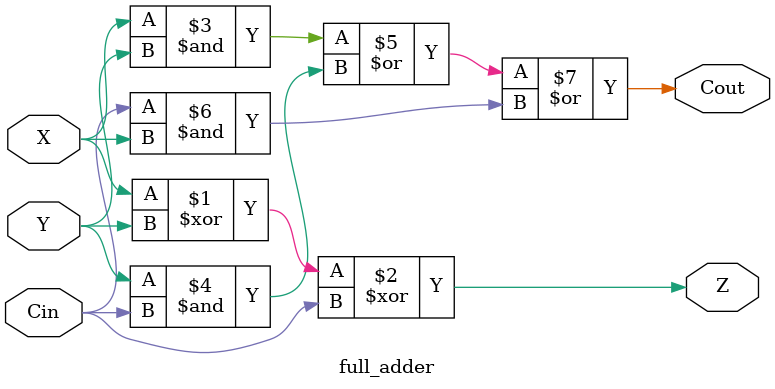
<source format=v>
module full_adder (//Boilerplate Full Adder code
    input wire X,Y,Cin,//not much to explain here
    output wire Z,Cout
);
    assign Z=X^Y^Cin;
    assign Cout=X&Y|Y&Cin|Cin&X;
endmodule
</source>
